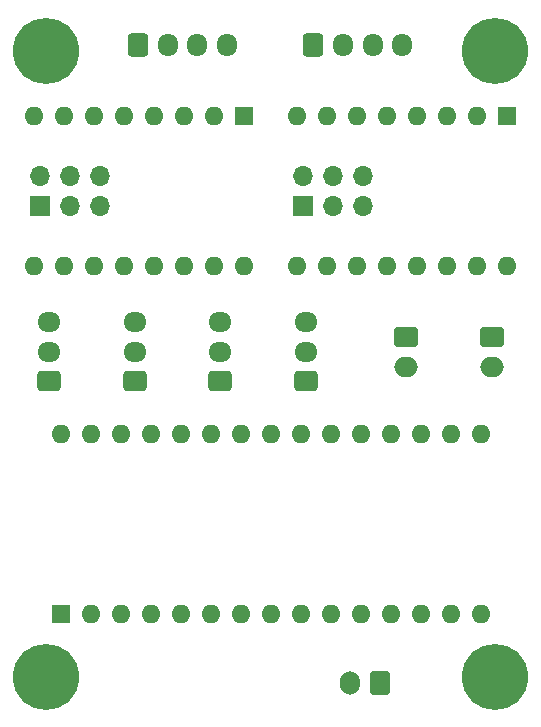
<source format=gbr>
%TF.GenerationSoftware,KiCad,Pcbnew,7.0.1-0*%
%TF.CreationDate,2024-10-14T15:01:23+02:00*%
%TF.ProjectId,SerialControllerBoard,53657269-616c-4436-9f6e-74726f6c6c65,rev?*%
%TF.SameCoordinates,Original*%
%TF.FileFunction,Soldermask,Bot*%
%TF.FilePolarity,Negative*%
%FSLAX46Y46*%
G04 Gerber Fmt 4.6, Leading zero omitted, Abs format (unit mm)*
G04 Created by KiCad (PCBNEW 7.0.1-0) date 2024-10-14 15:01:23*
%MOMM*%
%LPD*%
G01*
G04 APERTURE LIST*
G04 Aperture macros list*
%AMRoundRect*
0 Rectangle with rounded corners*
0 $1 Rounding radius*
0 $2 $3 $4 $5 $6 $7 $8 $9 X,Y pos of 4 corners*
0 Add a 4 corners polygon primitive as box body*
4,1,4,$2,$3,$4,$5,$6,$7,$8,$9,$2,$3,0*
0 Add four circle primitives for the rounded corners*
1,1,$1+$1,$2,$3*
1,1,$1+$1,$4,$5*
1,1,$1+$1,$6,$7*
1,1,$1+$1,$8,$9*
0 Add four rect primitives between the rounded corners*
20,1,$1+$1,$2,$3,$4,$5,0*
20,1,$1+$1,$4,$5,$6,$7,0*
20,1,$1+$1,$6,$7,$8,$9,0*
20,1,$1+$1,$8,$9,$2,$3,0*%
G04 Aperture macros list end*
%ADD10RoundRect,0.250000X-0.600000X-0.725000X0.600000X-0.725000X0.600000X0.725000X-0.600000X0.725000X0*%
%ADD11O,1.700000X1.950000*%
%ADD12C,5.600000*%
%ADD13R,1.700000X1.700000*%
%ADD14O,1.700000X1.700000*%
%ADD15RoundRect,0.250000X0.725000X-0.600000X0.725000X0.600000X-0.725000X0.600000X-0.725000X-0.600000X0*%
%ADD16O,1.950000X1.700000*%
%ADD17RoundRect,0.250000X-0.750000X0.600000X-0.750000X-0.600000X0.750000X-0.600000X0.750000X0.600000X0*%
%ADD18O,2.000000X1.700000*%
%ADD19R,1.600000X1.600000*%
%ADD20O,1.600000X1.600000*%
%ADD21RoundRect,0.250000X0.600000X0.750000X-0.600000X0.750000X-0.600000X-0.750000X0.600000X-0.750000X0*%
%ADD22O,1.700000X2.000000*%
G04 APERTURE END LIST*
D10*
%TO.C,J10*%
X131320000Y-43000000D03*
D11*
X133820000Y-43000000D03*
X136320000Y-43000000D03*
X138820000Y-43000000D03*
%TD*%
D12*
%TO.C,H1*%
X123500000Y-43500000D03*
%TD*%
D13*
%TO.C,J8*%
X122975000Y-56615000D03*
D14*
X122975000Y-54075000D03*
X125515000Y-56615000D03*
X125515000Y-54075000D03*
X128055000Y-56615000D03*
X128055000Y-54075000D03*
%TD*%
D15*
%TO.C,J5*%
X123725000Y-71500000D03*
D16*
X123725000Y-69000000D03*
X123725000Y-66500000D03*
%TD*%
D12*
%TO.C,H2*%
X161500000Y-43500000D03*
%TD*%
D10*
%TO.C,J11*%
X146150000Y-43000000D03*
D11*
X148650000Y-43000000D03*
X151150000Y-43000000D03*
X153650000Y-43000000D03*
%TD*%
D17*
%TO.C,J6*%
X161250000Y-67750000D03*
D18*
X161250000Y-70250000D03*
%TD*%
D15*
%TO.C,J4*%
X131000000Y-71500000D03*
D16*
X131000000Y-69000000D03*
X131000000Y-66500000D03*
%TD*%
D19*
%TO.C,A1*%
X124800000Y-91240000D03*
D20*
X127340000Y-91240000D03*
X129880000Y-91240000D03*
X132420000Y-91240000D03*
X134960000Y-91240000D03*
X137500000Y-91240000D03*
X140040000Y-91240000D03*
X142580000Y-91240000D03*
X145120000Y-91240000D03*
X147660000Y-91240000D03*
X150200000Y-91240000D03*
X152740000Y-91240000D03*
X155280000Y-91240000D03*
X157820000Y-91240000D03*
X160360000Y-91240000D03*
X160360000Y-76000000D03*
X157820000Y-76000000D03*
X155280000Y-76000000D03*
X152740000Y-76000000D03*
X150200000Y-76000000D03*
X147660000Y-76000000D03*
X145120000Y-76000000D03*
X142580000Y-76000000D03*
X140040000Y-76000000D03*
X137500000Y-76000000D03*
X134960000Y-76000000D03*
X132420000Y-76000000D03*
X129880000Y-76000000D03*
X127340000Y-76000000D03*
X124800000Y-76000000D03*
%TD*%
D12*
%TO.C,H4*%
X161500000Y-96500000D03*
%TD*%
D19*
%TO.C,A2*%
X140250000Y-49000000D03*
D20*
X137710000Y-49000000D03*
X135170000Y-49000000D03*
X132630000Y-49000000D03*
X130090000Y-49000000D03*
X127550000Y-49000000D03*
X125010000Y-49000000D03*
X122470000Y-49000000D03*
X122470000Y-61700000D03*
X125010000Y-61700000D03*
X127550000Y-61700000D03*
X130090000Y-61700000D03*
X132630000Y-61700000D03*
X135170000Y-61700000D03*
X137710000Y-61700000D03*
X140250000Y-61700000D03*
%TD*%
D17*
%TO.C,J7*%
X154000000Y-67750000D03*
D18*
X154000000Y-70250000D03*
%TD*%
D12*
%TO.C,H3*%
X123500000Y-96500000D03*
%TD*%
D21*
%TO.C,J1*%
X151750000Y-97025000D03*
D22*
X149250000Y-97025000D03*
%TD*%
D15*
%TO.C,J2*%
X145500000Y-71500000D03*
D16*
X145500000Y-69000000D03*
X145500000Y-66500000D03*
%TD*%
D13*
%TO.C,J9*%
X145225000Y-56615000D03*
D14*
X145225000Y-54075000D03*
X147765000Y-56615000D03*
X147765000Y-54075000D03*
X150305000Y-56615000D03*
X150305000Y-54075000D03*
%TD*%
D15*
%TO.C,J3*%
X138250000Y-71500000D03*
D16*
X138250000Y-69000000D03*
X138250000Y-66500000D03*
%TD*%
D19*
%TO.C,A3*%
X162500000Y-49000000D03*
D20*
X159960000Y-49000000D03*
X157420000Y-49000000D03*
X154880000Y-49000000D03*
X152340000Y-49000000D03*
X149800000Y-49000000D03*
X147260000Y-49000000D03*
X144720000Y-49000000D03*
X144720000Y-61700000D03*
X147260000Y-61700000D03*
X149800000Y-61700000D03*
X152340000Y-61700000D03*
X154880000Y-61700000D03*
X157420000Y-61700000D03*
X159960000Y-61700000D03*
X162500000Y-61700000D03*
%TD*%
M02*

</source>
